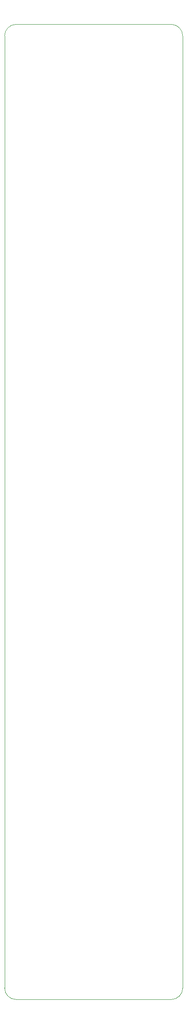
<source format=gbr>
%TF.GenerationSoftware,KiCad,Pcbnew,8.0.7-8.0.7-0~ubuntu24.04.1*%
%TF.CreationDate,2024-12-04T16:15:17+01:00*%
%TF.ProjectId,v_ggtermometer,76e46767-7465-4726-9d6f-6d657465722e,rev?*%
%TF.SameCoordinates,Original*%
%TF.FileFunction,Profile,NP*%
%FSLAX46Y46*%
G04 Gerber Fmt 4.6, Leading zero omitted, Abs format (unit mm)*
G04 Created by KiCad (PCBNEW 8.0.7-8.0.7-0~ubuntu24.04.1) date 2024-12-04 16:15:17*
%MOMM*%
%LPD*%
G01*
G04 APERTURE LIST*
%TA.AperFunction,Profile*%
%ADD10C,0.050000*%
%TD*%
G04 APERTURE END LIST*
D10*
X34340990Y1590990D02*
G75*
G02*
X32090990Y-659010I-2250000J0D01*
G01*
X-659010Y1590990D02*
X-659010Y188090990D01*
X-659010Y188090990D02*
G75*
G02*
X1590990Y190340990I2250000J0D01*
G01*
X1590990Y-659010D02*
G75*
G02*
X-659010Y1590990I0J2250000D01*
G01*
X32090990Y-659010D02*
X1590990Y-659010D01*
X32090990Y190340990D02*
G75*
G02*
X34340990Y188090990I0J-2250000D01*
G01*
X1590990Y190340990D02*
X32090990Y190340990D01*
X34340990Y188090990D02*
X34340990Y1590990D01*
M02*

</source>
